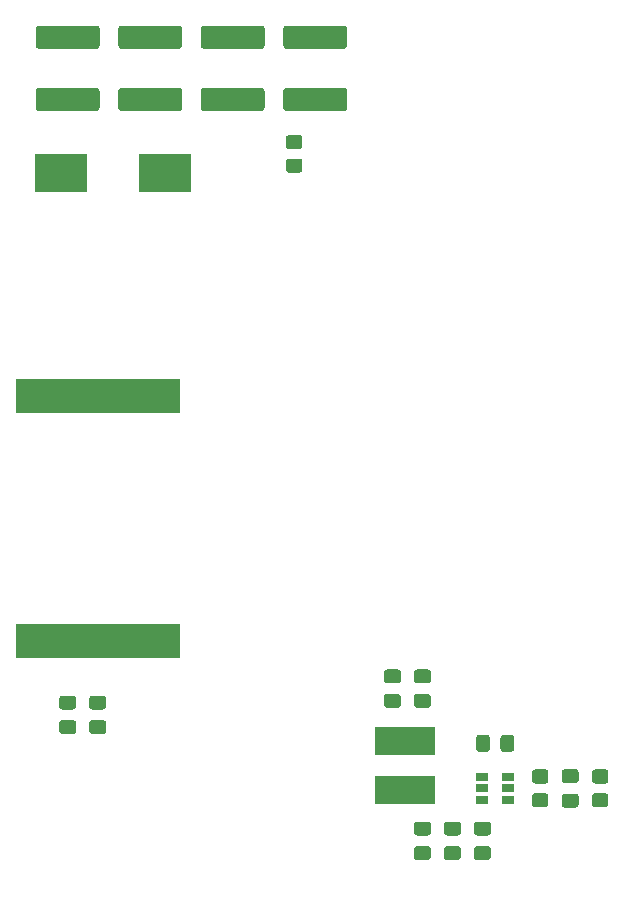
<source format=gbr>
%TF.GenerationSoftware,KiCad,Pcbnew,(5.1.9)-1*%
%TF.CreationDate,2021-10-04T18:28:46-04:00*%
%TF.ProjectId,In9 Music Visualizer RevC,496e3920-4d75-4736-9963-205669737561,rev?*%
%TF.SameCoordinates,Original*%
%TF.FileFunction,Paste,Top*%
%TF.FilePolarity,Positive*%
%FSLAX46Y46*%
G04 Gerber Fmt 4.6, Leading zero omitted, Abs format (unit mm)*
G04 Created by KiCad (PCBNEW (5.1.9)-1) date 2021-10-04 18:28:46*
%MOMM*%
%LPD*%
G01*
G04 APERTURE LIST*
%ADD10R,5.100000X2.350000*%
%ADD11R,1.060000X0.650000*%
%ADD12R,14.000000X3.000000*%
%ADD13R,4.500000X3.300000*%
G04 APERTURE END LIST*
D10*
%TO.C,L2*%
X92710000Y-117010000D03*
X92710000Y-112860000D03*
%TD*%
%TO.C,C18*%
G36*
G01*
X99880000Y-112555000D02*
X99880000Y-113505000D01*
G75*
G02*
X99630000Y-113755000I-250000J0D01*
G01*
X98955000Y-113755000D01*
G75*
G02*
X98705000Y-113505000I0J250000D01*
G01*
X98705000Y-112555000D01*
G75*
G02*
X98955000Y-112305000I250000J0D01*
G01*
X99630000Y-112305000D01*
G75*
G02*
X99880000Y-112555000I0J-250000D01*
G01*
G37*
G36*
G01*
X101955000Y-112555000D02*
X101955000Y-113505000D01*
G75*
G02*
X101705000Y-113755000I-250000J0D01*
G01*
X101030000Y-113755000D01*
G75*
G02*
X100780000Y-113505000I0J250000D01*
G01*
X100780000Y-112555000D01*
G75*
G02*
X101030000Y-112305000I250000J0D01*
G01*
X101705000Y-112305000D01*
G75*
G02*
X101955000Y-112555000I0J-250000D01*
G01*
G37*
%TD*%
D11*
%TO.C,U3*%
X101430000Y-116840000D03*
X101430000Y-115890000D03*
X101430000Y-117790000D03*
X99230000Y-117790000D03*
X99230000Y-116840000D03*
X99230000Y-115890000D03*
%TD*%
%TO.C,C13*%
G36*
G01*
X87540002Y-54230000D02*
X82639998Y-54230000D01*
G75*
G02*
X82390000Y-53980002I0J249998D01*
G01*
X82390000Y-52504998D01*
G75*
G02*
X82639998Y-52255000I249998J0D01*
G01*
X87540002Y-52255000D01*
G75*
G02*
X87790000Y-52504998I0J-249998D01*
G01*
X87790000Y-53980002D01*
G75*
G02*
X87540002Y-54230000I-249998J0D01*
G01*
G37*
G36*
G01*
X87540002Y-59505000D02*
X82639998Y-59505000D01*
G75*
G02*
X82390000Y-59255002I0J249998D01*
G01*
X82390000Y-57779998D01*
G75*
G02*
X82639998Y-57530000I249998J0D01*
G01*
X87540002Y-57530000D01*
G75*
G02*
X87790000Y-57779998I0J-249998D01*
G01*
X87790000Y-59255002D01*
G75*
G02*
X87540002Y-59505000I-249998J0D01*
G01*
G37*
%TD*%
%TO.C,C12*%
G36*
G01*
X80555002Y-54230000D02*
X75654998Y-54230000D01*
G75*
G02*
X75405000Y-53980002I0J249998D01*
G01*
X75405000Y-52504998D01*
G75*
G02*
X75654998Y-52255000I249998J0D01*
G01*
X80555002Y-52255000D01*
G75*
G02*
X80805000Y-52504998I0J-249998D01*
G01*
X80805000Y-53980002D01*
G75*
G02*
X80555002Y-54230000I-249998J0D01*
G01*
G37*
G36*
G01*
X80555002Y-59505000D02*
X75654998Y-59505000D01*
G75*
G02*
X75405000Y-59255002I0J249998D01*
G01*
X75405000Y-57779998D01*
G75*
G02*
X75654998Y-57530000I249998J0D01*
G01*
X80555002Y-57530000D01*
G75*
G02*
X80805000Y-57779998I0J-249998D01*
G01*
X80805000Y-59255002D01*
G75*
G02*
X80555002Y-59505000I-249998J0D01*
G01*
G37*
%TD*%
%TO.C,C11*%
G36*
G01*
X73570002Y-54230000D02*
X68669998Y-54230000D01*
G75*
G02*
X68420000Y-53980002I0J249998D01*
G01*
X68420000Y-52504998D01*
G75*
G02*
X68669998Y-52255000I249998J0D01*
G01*
X73570002Y-52255000D01*
G75*
G02*
X73820000Y-52504998I0J-249998D01*
G01*
X73820000Y-53980002D01*
G75*
G02*
X73570002Y-54230000I-249998J0D01*
G01*
G37*
G36*
G01*
X73570002Y-59505000D02*
X68669998Y-59505000D01*
G75*
G02*
X68420000Y-59255002I0J249998D01*
G01*
X68420000Y-57779998D01*
G75*
G02*
X68669998Y-57530000I249998J0D01*
G01*
X73570002Y-57530000D01*
G75*
G02*
X73820000Y-57779998I0J-249998D01*
G01*
X73820000Y-59255002D01*
G75*
G02*
X73570002Y-59505000I-249998J0D01*
G01*
G37*
%TD*%
%TO.C,C10*%
G36*
G01*
X66585002Y-54230000D02*
X61684998Y-54230000D01*
G75*
G02*
X61435000Y-53980002I0J249998D01*
G01*
X61435000Y-52504998D01*
G75*
G02*
X61684998Y-52255000I249998J0D01*
G01*
X66585002Y-52255000D01*
G75*
G02*
X66835000Y-52504998I0J-249998D01*
G01*
X66835000Y-53980002D01*
G75*
G02*
X66585002Y-54230000I-249998J0D01*
G01*
G37*
G36*
G01*
X66585002Y-59505000D02*
X61684998Y-59505000D01*
G75*
G02*
X61435000Y-59255002I0J249998D01*
G01*
X61435000Y-57779998D01*
G75*
G02*
X61684998Y-57530000I249998J0D01*
G01*
X66585002Y-57530000D01*
G75*
G02*
X66835000Y-57779998I0J-249998D01*
G01*
X66835000Y-59255002D01*
G75*
G02*
X66585002Y-59505000I-249998J0D01*
G01*
G37*
%TD*%
%TO.C,R16*%
G36*
G01*
X104590001Y-116440000D02*
X103689999Y-116440000D01*
G75*
G02*
X103440000Y-116190001I0J249999D01*
G01*
X103440000Y-115489999D01*
G75*
G02*
X103689999Y-115240000I249999J0D01*
G01*
X104590001Y-115240000D01*
G75*
G02*
X104840000Y-115489999I0J-249999D01*
G01*
X104840000Y-116190001D01*
G75*
G02*
X104590001Y-116440000I-249999J0D01*
G01*
G37*
G36*
G01*
X104590001Y-118440000D02*
X103689999Y-118440000D01*
G75*
G02*
X103440000Y-118190001I0J249999D01*
G01*
X103440000Y-117489999D01*
G75*
G02*
X103689999Y-117240000I249999J0D01*
G01*
X104590001Y-117240000D01*
G75*
G02*
X104840000Y-117489999I0J-249999D01*
G01*
X104840000Y-118190001D01*
G75*
G02*
X104590001Y-118440000I-249999J0D01*
G01*
G37*
%TD*%
%TO.C,R15*%
G36*
G01*
X108769999Y-117240000D02*
X109670001Y-117240000D01*
G75*
G02*
X109920000Y-117489999I0J-249999D01*
G01*
X109920000Y-118190001D01*
G75*
G02*
X109670001Y-118440000I-249999J0D01*
G01*
X108769999Y-118440000D01*
G75*
G02*
X108520000Y-118190001I0J249999D01*
G01*
X108520000Y-117489999D01*
G75*
G02*
X108769999Y-117240000I249999J0D01*
G01*
G37*
G36*
G01*
X108769999Y-115240000D02*
X109670001Y-115240000D01*
G75*
G02*
X109920000Y-115489999I0J-249999D01*
G01*
X109920000Y-116190001D01*
G75*
G02*
X109670001Y-116440000I-249999J0D01*
G01*
X108769999Y-116440000D01*
G75*
G02*
X108520000Y-116190001I0J249999D01*
G01*
X108520000Y-115489999D01*
G75*
G02*
X108769999Y-115240000I249999J0D01*
G01*
G37*
%TD*%
%TO.C,R9*%
G36*
G01*
X82861999Y-63519000D02*
X83762001Y-63519000D01*
G75*
G02*
X84012000Y-63768999I0J-249999D01*
G01*
X84012000Y-64469001D01*
G75*
G02*
X83762001Y-64719000I-249999J0D01*
G01*
X82861999Y-64719000D01*
G75*
G02*
X82612000Y-64469001I0J249999D01*
G01*
X82612000Y-63768999D01*
G75*
G02*
X82861999Y-63519000I249999J0D01*
G01*
G37*
G36*
G01*
X82861999Y-61519000D02*
X83762001Y-61519000D01*
G75*
G02*
X84012000Y-61768999I0J-249999D01*
G01*
X84012000Y-62469001D01*
G75*
G02*
X83762001Y-62719000I-249999J0D01*
G01*
X82861999Y-62719000D01*
G75*
G02*
X82612000Y-62469001I0J249999D01*
G01*
X82612000Y-61768999D01*
G75*
G02*
X82861999Y-61519000I249999J0D01*
G01*
G37*
%TD*%
D12*
%TO.C,L1*%
X66675000Y-104380000D03*
X66675000Y-83580000D03*
%TD*%
D13*
%TO.C,D1*%
X63545000Y-64770000D03*
X72345000Y-64770000D03*
%TD*%
%TO.C,C25*%
G36*
G01*
X94645500Y-107944500D02*
X93695500Y-107944500D01*
G75*
G02*
X93445500Y-107694500I0J250000D01*
G01*
X93445500Y-107019500D01*
G75*
G02*
X93695500Y-106769500I250000J0D01*
G01*
X94645500Y-106769500D01*
G75*
G02*
X94895500Y-107019500I0J-250000D01*
G01*
X94895500Y-107694500D01*
G75*
G02*
X94645500Y-107944500I-250000J0D01*
G01*
G37*
G36*
G01*
X94645500Y-110019500D02*
X93695500Y-110019500D01*
G75*
G02*
X93445500Y-109769500I0J250000D01*
G01*
X93445500Y-109094500D01*
G75*
G02*
X93695500Y-108844500I250000J0D01*
G01*
X94645500Y-108844500D01*
G75*
G02*
X94895500Y-109094500I0J-250000D01*
G01*
X94895500Y-109769500D01*
G75*
G02*
X94645500Y-110019500I-250000J0D01*
G01*
G37*
%TD*%
%TO.C,C24*%
G36*
G01*
X92105500Y-107944500D02*
X91155500Y-107944500D01*
G75*
G02*
X90905500Y-107694500I0J250000D01*
G01*
X90905500Y-107019500D01*
G75*
G02*
X91155500Y-106769500I250000J0D01*
G01*
X92105500Y-106769500D01*
G75*
G02*
X92355500Y-107019500I0J-250000D01*
G01*
X92355500Y-107694500D01*
G75*
G02*
X92105500Y-107944500I-250000J0D01*
G01*
G37*
G36*
G01*
X92105500Y-110019500D02*
X91155500Y-110019500D01*
G75*
G02*
X90905500Y-109769500I0J250000D01*
G01*
X90905500Y-109094500D01*
G75*
G02*
X91155500Y-108844500I250000J0D01*
G01*
X92105500Y-108844500D01*
G75*
G02*
X92355500Y-109094500I0J-250000D01*
G01*
X92355500Y-109769500D01*
G75*
G02*
X92105500Y-110019500I-250000J0D01*
G01*
G37*
%TD*%
%TO.C,C23*%
G36*
G01*
X106205000Y-117290000D02*
X107155000Y-117290000D01*
G75*
G02*
X107405000Y-117540000I0J-250000D01*
G01*
X107405000Y-118215000D01*
G75*
G02*
X107155000Y-118465000I-250000J0D01*
G01*
X106205000Y-118465000D01*
G75*
G02*
X105955000Y-118215000I0J250000D01*
G01*
X105955000Y-117540000D01*
G75*
G02*
X106205000Y-117290000I250000J0D01*
G01*
G37*
G36*
G01*
X106205000Y-115215000D02*
X107155000Y-115215000D01*
G75*
G02*
X107405000Y-115465000I0J-250000D01*
G01*
X107405000Y-116140000D01*
G75*
G02*
X107155000Y-116390000I-250000J0D01*
G01*
X106205000Y-116390000D01*
G75*
G02*
X105955000Y-116140000I0J250000D01*
G01*
X105955000Y-115465000D01*
G75*
G02*
X106205000Y-115215000I250000J0D01*
G01*
G37*
%TD*%
%TO.C,C21*%
G36*
G01*
X98775500Y-121735000D02*
X99725500Y-121735000D01*
G75*
G02*
X99975500Y-121985000I0J-250000D01*
G01*
X99975500Y-122660000D01*
G75*
G02*
X99725500Y-122910000I-250000J0D01*
G01*
X98775500Y-122910000D01*
G75*
G02*
X98525500Y-122660000I0J250000D01*
G01*
X98525500Y-121985000D01*
G75*
G02*
X98775500Y-121735000I250000J0D01*
G01*
G37*
G36*
G01*
X98775500Y-119660000D02*
X99725500Y-119660000D01*
G75*
G02*
X99975500Y-119910000I0J-250000D01*
G01*
X99975500Y-120585000D01*
G75*
G02*
X99725500Y-120835000I-250000J0D01*
G01*
X98775500Y-120835000D01*
G75*
G02*
X98525500Y-120585000I0J250000D01*
G01*
X98525500Y-119910000D01*
G75*
G02*
X98775500Y-119660000I250000J0D01*
G01*
G37*
%TD*%
%TO.C,C20*%
G36*
G01*
X96235500Y-121735000D02*
X97185500Y-121735000D01*
G75*
G02*
X97435500Y-121985000I0J-250000D01*
G01*
X97435500Y-122660000D01*
G75*
G02*
X97185500Y-122910000I-250000J0D01*
G01*
X96235500Y-122910000D01*
G75*
G02*
X95985500Y-122660000I0J250000D01*
G01*
X95985500Y-121985000D01*
G75*
G02*
X96235500Y-121735000I250000J0D01*
G01*
G37*
G36*
G01*
X96235500Y-119660000D02*
X97185500Y-119660000D01*
G75*
G02*
X97435500Y-119910000I0J-250000D01*
G01*
X97435500Y-120585000D01*
G75*
G02*
X97185500Y-120835000I-250000J0D01*
G01*
X96235500Y-120835000D01*
G75*
G02*
X95985500Y-120585000I0J250000D01*
G01*
X95985500Y-119910000D01*
G75*
G02*
X96235500Y-119660000I250000J0D01*
G01*
G37*
%TD*%
%TO.C,C19*%
G36*
G01*
X93695500Y-121735000D02*
X94645500Y-121735000D01*
G75*
G02*
X94895500Y-121985000I0J-250000D01*
G01*
X94895500Y-122660000D01*
G75*
G02*
X94645500Y-122910000I-250000J0D01*
G01*
X93695500Y-122910000D01*
G75*
G02*
X93445500Y-122660000I0J250000D01*
G01*
X93445500Y-121985000D01*
G75*
G02*
X93695500Y-121735000I250000J0D01*
G01*
G37*
G36*
G01*
X93695500Y-119660000D02*
X94645500Y-119660000D01*
G75*
G02*
X94895500Y-119910000I0J-250000D01*
G01*
X94895500Y-120585000D01*
G75*
G02*
X94645500Y-120835000I-250000J0D01*
G01*
X93695500Y-120835000D01*
G75*
G02*
X93445500Y-120585000I0J250000D01*
G01*
X93445500Y-119910000D01*
G75*
G02*
X93695500Y-119660000I250000J0D01*
G01*
G37*
%TD*%
%TO.C,C7*%
G36*
G01*
X63660000Y-111067000D02*
X64610000Y-111067000D01*
G75*
G02*
X64860000Y-111317000I0J-250000D01*
G01*
X64860000Y-111992000D01*
G75*
G02*
X64610000Y-112242000I-250000J0D01*
G01*
X63660000Y-112242000D01*
G75*
G02*
X63410000Y-111992000I0J250000D01*
G01*
X63410000Y-111317000D01*
G75*
G02*
X63660000Y-111067000I250000J0D01*
G01*
G37*
G36*
G01*
X63660000Y-108992000D02*
X64610000Y-108992000D01*
G75*
G02*
X64860000Y-109242000I0J-250000D01*
G01*
X64860000Y-109917000D01*
G75*
G02*
X64610000Y-110167000I-250000J0D01*
G01*
X63660000Y-110167000D01*
G75*
G02*
X63410000Y-109917000I0J250000D01*
G01*
X63410000Y-109242000D01*
G75*
G02*
X63660000Y-108992000I250000J0D01*
G01*
G37*
%TD*%
%TO.C,C6*%
G36*
G01*
X66200000Y-111067000D02*
X67150000Y-111067000D01*
G75*
G02*
X67400000Y-111317000I0J-250000D01*
G01*
X67400000Y-111992000D01*
G75*
G02*
X67150000Y-112242000I-250000J0D01*
G01*
X66200000Y-112242000D01*
G75*
G02*
X65950000Y-111992000I0J250000D01*
G01*
X65950000Y-111317000D01*
G75*
G02*
X66200000Y-111067000I250000J0D01*
G01*
G37*
G36*
G01*
X66200000Y-108992000D02*
X67150000Y-108992000D01*
G75*
G02*
X67400000Y-109242000I0J-250000D01*
G01*
X67400000Y-109917000D01*
G75*
G02*
X67150000Y-110167000I-250000J0D01*
G01*
X66200000Y-110167000D01*
G75*
G02*
X65950000Y-109917000I0J250000D01*
G01*
X65950000Y-109242000D01*
G75*
G02*
X66200000Y-108992000I250000J0D01*
G01*
G37*
%TD*%
M02*

</source>
